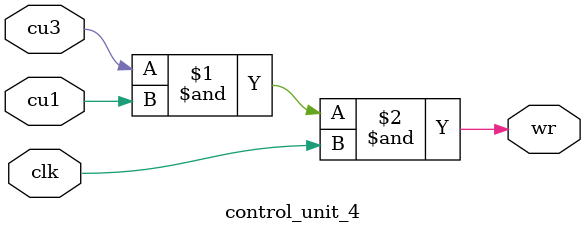
<source format=v>
`timescale 1ns / 1ps
module control_unit_1(
    input [5:0] in1,
    output [3:0] out1
    );

reg[3:0]Reg[0:63];
reg [3:0]REG;

initial
begin
 Reg[0]=4'b10_11; //ADD
 Reg[1]=4'b10_11; //SUB                //ADD RR instructions A and B are selected
 Reg[2]=4'b10_11; //AND
 Reg[3]=4'b10_11; //OR
 Reg[4]=4'b10_11; //SLT
 Reg[5]=4'b10_11; //MUL
 
 
 Reg[8]=4'b11_10; //load and store instructions
 Reg[9]=4'b11_00; //-------------------------> this 11_01 is for "wr" back signal of register bank(cu[3],cu[0]) to off the signal
 
 Reg[10]=4'b11_11; // ADDI
 Reg[11]=4'b11_11; //SUBI
 Reg[12]=4'b11_11; //SLTI

 Reg[13]=4'b01_11; //BNEQZ 0111--->(011)_1(BNEQZ)---->(01)_11(alu_select)
 Reg[14]=4'b01_00; //BEQZ  0100--->(010)_0(BEQZ)----->(01)_00(alu_select)
 
 //Reg[4'bzzzz]=4'b0000;
REG=4'b0000;//initial value

end

assign out1=REG;

always@(in1)
  begin
	if(in1>=5'b0)
	  REG=Reg[in1];
	else               //if(in1<5'b0) other cases like xxxxxxxxx and zzzzzzzzz
	  REG=4'b0000;
  end

endmodule

module control_unit_2(
    input[2:0] cu,
    input eq1,
    output out
    );
	 
wire s1;	 
	 
 
 assign s1=(~(cu[2]))&cu[1]&(cu[0]^eq1); /// cu3 cu2 cu1 of control unit 1
 
 //not n4(out,s1);
 assign out=~(s1);
 
endmodule
module control_unit3(
    input [5:0] in1,
    input clk,
    output out1
    );


reg in=0;
reg clk1;


//initial
//begin
//in=1'b0;
//end

 and r1(out1,in,clk1);

always@(clk)
#6 clk1=clk;

always@(in1)
	begin
	if(in1==6'b001001)
		 in=1'b1;
	else
		in=1'b0;
	end
	
endmodule
module control_unit_4(
    input cu3,cu1,clk,
    output wr
    );

  
assign #6 wr=(cu3 & cu1)& clk ;




endmodule

</source>
